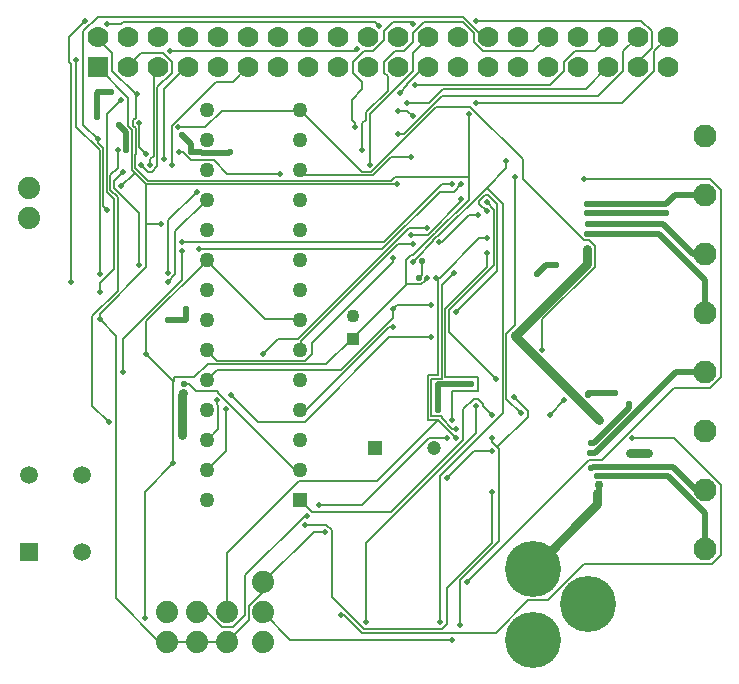
<source format=gbr>
G04 EAGLE Gerber RS-274X export*
G75*
%MOMM*%
%FSLAX34Y34*%
%LPD*%
%INBottom Copper*%
%IPPOS*%
%AMOC8*
5,1,8,0,0,1.08239X$1,22.5*%
G01*
G04 Define Apertures*
%ADD10R,1.200000X1.200000*%
%ADD11C,1.200000*%
%ADD12R,1.100000X1.100000*%
%ADD13C,1.100000*%
%ADD14C,4.743000*%
%ADD15C,1.950000*%
%ADD16C,1.879600*%
%ADD17R,1.500000X1.500000*%
%ADD18C,1.500000*%
%ADD19R,1.275000X1.275000*%
%ADD20C,1.275000*%
%ADD21R,1.778000X1.778000*%
%ADD22C,1.778000*%
%ADD23C,0.152400*%
%ADD24C,0.508000*%
%ADD25C,0.558800*%
%ADD26C,0.762000*%
%ADD27C,0.762000*%
%ADD28C,0.508000*%
D10*
X318770Y189420D03*
D11*
X368770Y189420D03*
D12*
X299720Y281940D03*
D13*
X299720Y301940D03*
D14*
X451960Y87525D03*
X451960Y27525D03*
X498960Y57525D03*
D15*
X598170Y104010D03*
X598170Y154010D03*
X598170Y204010D03*
X598170Y254010D03*
X598170Y304010D03*
X598170Y354010D03*
X598170Y404010D03*
X598170Y454010D03*
D16*
X25400Y384558D03*
X25400Y409958D03*
D17*
X25400Y101600D03*
D18*
X25400Y166600D03*
X70400Y101600D03*
X70400Y166600D03*
D19*
X255500Y145431D03*
D20*
X255500Y170831D03*
X255500Y297831D03*
X255500Y323231D03*
X255500Y196231D03*
X255500Y221631D03*
X255500Y272431D03*
X255500Y247031D03*
X255500Y348631D03*
X255500Y374031D03*
X255500Y399431D03*
X255500Y424831D03*
X255500Y450231D03*
X255500Y475631D03*
X176300Y475631D03*
X176300Y450231D03*
X176300Y424831D03*
X176300Y399431D03*
X176300Y374031D03*
X176300Y348631D03*
X176300Y323231D03*
X176300Y297831D03*
X176300Y272431D03*
X176300Y247031D03*
X176300Y221631D03*
X176300Y196231D03*
X176300Y170831D03*
X176300Y145431D03*
D21*
X83700Y512300D03*
D22*
X83700Y537700D03*
X109100Y512300D03*
X109100Y537700D03*
X134500Y512300D03*
X134500Y537700D03*
X159900Y512300D03*
X159900Y537700D03*
X185300Y512300D03*
X185300Y537700D03*
X210700Y512300D03*
X210700Y537700D03*
X236100Y512300D03*
X236100Y537700D03*
X261500Y512300D03*
X261500Y537700D03*
X286900Y512300D03*
X286900Y537700D03*
X312300Y512300D03*
X312300Y537700D03*
X337700Y512300D03*
X337700Y537700D03*
X363100Y512300D03*
X363100Y537700D03*
X388500Y512300D03*
X388500Y537700D03*
X413900Y512300D03*
X413900Y537700D03*
X439300Y512300D03*
X439300Y537700D03*
X464700Y512300D03*
X464700Y537700D03*
X490100Y512300D03*
X490100Y537700D03*
X515500Y512300D03*
X515500Y537700D03*
X540900Y512300D03*
X540900Y537700D03*
X566300Y512300D03*
X566300Y537700D03*
D16*
X193040Y50800D03*
X193040Y25400D03*
X167640Y50800D03*
X167640Y25400D03*
X142240Y50800D03*
X142240Y25400D03*
X223520Y25400D03*
X223520Y50800D03*
X223520Y76200D03*
D23*
X124968Y269748D02*
X124968Y297180D01*
X175260Y347472D01*
X176300Y348631D01*
X147828Y246888D02*
X147828Y176784D01*
X147828Y246888D02*
X124968Y269748D01*
X123444Y152400D02*
X123444Y45720D01*
X123444Y152400D02*
X147828Y176784D01*
X225552Y298704D02*
X254508Y298704D01*
X225552Y298704D02*
X176784Y347472D01*
X254508Y298704D02*
X255500Y297831D01*
X176784Y347472D02*
X176300Y348631D01*
X115824Y489204D02*
X96012Y509016D01*
X96012Y524256D01*
X83820Y536448D01*
X83700Y537700D01*
X299720Y282702D02*
X345600Y328582D01*
X299720Y282702D02*
X299720Y281940D01*
X397764Y419100D02*
X397764Y472440D01*
X348996Y353568D02*
X344424Y348996D01*
X344424Y329758D01*
X115824Y469392D02*
X115824Y489204D01*
X126492Y416052D02*
X332232Y416052D01*
X335280Y419100D01*
X397764Y419100D01*
X117348Y489204D02*
X115824Y489204D01*
X176784Y260604D02*
X277368Y260604D01*
X298704Y281940D01*
X299720Y281940D01*
D24*
X124968Y269748D03*
X147828Y176784D03*
X123444Y45720D03*
X117348Y489204D03*
X362712Y333756D03*
X397764Y472440D03*
D23*
X148209Y249555D02*
X148209Y246888D01*
X147828Y246888D01*
X165735Y249555D02*
X176784Y260604D01*
X165735Y249555D02*
X148209Y249555D01*
X348996Y353568D02*
X351068Y353568D01*
X369610Y372110D02*
X369791Y372110D01*
X397764Y400083D01*
X397764Y419100D01*
X369610Y372110D02*
X351068Y353568D01*
X345600Y328582D02*
X357955Y328582D01*
X360930Y331558D01*
X360930Y331974D01*
X362712Y333756D01*
X345600Y328582D02*
X344424Y329758D01*
X116078Y438593D02*
X116078Y445327D01*
X115824Y445581D01*
X115570Y426974D02*
X126492Y416052D01*
X115570Y426974D02*
X115570Y438085D01*
X116078Y438593D01*
X114046Y467614D02*
X115824Y469392D01*
X114046Y462240D02*
X115824Y460462D01*
X114046Y462240D02*
X114046Y467614D01*
X115824Y460462D02*
X115824Y445581D01*
X266700Y118872D02*
X275844Y118872D01*
X266700Y118872D02*
X224028Y76200D01*
X223520Y76200D01*
X167640Y25908D02*
X143256Y25908D01*
X142240Y25400D01*
X167640Y25908D02*
X192024Y25908D01*
X193040Y25400D01*
X167640Y25400D02*
X167640Y25908D01*
X222504Y67056D02*
X222504Y76200D01*
X222504Y67056D02*
X211836Y56388D01*
X211836Y44196D01*
X193040Y25400D01*
X222504Y76200D02*
X223520Y76200D01*
X338328Y475488D02*
X345948Y475488D01*
X350520Y470916D01*
X85344Y303276D02*
X85344Y298704D01*
X85344Y303276D02*
X124968Y342900D01*
X124968Y379476D02*
X124968Y413004D01*
X124968Y379476D02*
X124968Y342900D01*
X124968Y413004D02*
X114300Y423672D01*
X109728Y486156D02*
X83820Y512064D01*
X83700Y512300D01*
X124968Y379476D02*
X137160Y379476D01*
X124968Y413004D02*
X336804Y413004D01*
X114300Y422148D02*
X103632Y411480D01*
X114300Y422148D02*
X114300Y423672D01*
X135636Y25908D02*
X141732Y25908D01*
X135636Y25908D02*
X99060Y62484D01*
X99060Y284988D01*
X85344Y298704D01*
X141732Y25908D02*
X142240Y25400D01*
D24*
X275844Y118872D03*
X338328Y475488D03*
X350520Y470916D03*
X85344Y298704D03*
X137160Y379476D03*
X336804Y413004D03*
X103632Y411480D03*
D23*
X113030Y444064D02*
X112776Y444318D01*
X113030Y444064D02*
X113030Y439856D01*
X112522Y439348D01*
X112522Y425450D01*
X114300Y423672D01*
X109728Y462247D02*
X109728Y486156D01*
X109728Y462247D02*
X112776Y459199D01*
X112776Y444318D01*
X120396Y429768D02*
X126492Y423672D01*
X129540Y423672D01*
X134112Y428244D01*
X134112Y495300D01*
X146304Y507492D01*
X146304Y516636D01*
X138684Y524256D01*
X120396Y524256D01*
X109728Y513588D01*
X109100Y512300D01*
D24*
X120396Y429768D03*
D23*
X128016Y429768D02*
X128016Y434340D01*
X131064Y437388D01*
X131064Y509016D01*
X134112Y512064D01*
X134500Y512300D01*
D24*
X128016Y429768D03*
D23*
X140208Y434340D02*
X140208Y493776D01*
X158496Y512064D01*
X159900Y512300D01*
D24*
X140208Y434340D03*
D23*
X198120Y499872D02*
X210312Y512064D01*
X210700Y512300D01*
D24*
X146304Y429768D03*
D23*
X183628Y499872D02*
X198120Y499872D01*
X183628Y499872D02*
X146304Y462548D01*
X146304Y429768D01*
X85344Y441960D02*
X85344Y336804D01*
X85344Y441960D02*
X65532Y461772D01*
X65532Y518160D01*
D24*
X85344Y336804D03*
X65532Y518160D03*
D23*
X60960Y515112D02*
X60960Y330708D01*
X60960Y515112D02*
X59436Y516636D01*
X59436Y537972D01*
X73152Y551688D01*
X91440Y548640D02*
X103632Y548640D01*
X105156Y550164D01*
X318516Y550164D01*
X321564Y547116D01*
D24*
X60960Y330708D03*
X73152Y551688D03*
X91440Y548640D03*
X321564Y547116D03*
D23*
X345948Y496824D02*
X339852Y490728D01*
X345948Y496824D02*
X345948Y498348D01*
X359664Y512064D01*
X362712Y512064D01*
X363100Y512300D01*
D24*
X339852Y490728D03*
D23*
X301752Y525780D02*
X144780Y525780D01*
X301752Y525780D02*
X303276Y527304D01*
D24*
X144780Y525780D03*
X303276Y527304D03*
D23*
X324612Y358140D02*
X169164Y358140D01*
X324612Y358140D02*
X373380Y406908D01*
X385572Y406908D01*
X391668Y413004D01*
D24*
X169164Y358140D03*
X391668Y413004D03*
D23*
X326136Y364236D02*
X155448Y364236D01*
X326136Y364236D02*
X374904Y413004D01*
X384048Y413004D01*
D24*
X155448Y364236D03*
X384048Y413004D03*
D23*
X364236Y481584D02*
X345948Y481584D01*
X364236Y481584D02*
X376428Y493776D01*
X496824Y493776D01*
X515112Y512064D01*
X515500Y512300D01*
D24*
X345948Y481584D03*
D23*
X301752Y464820D02*
X301752Y461772D01*
X301752Y464820D02*
X298704Y467868D01*
X298704Y484632D01*
X307848Y493776D01*
X307848Y499872D01*
X300228Y507492D01*
X300228Y516636D01*
X309372Y525780D01*
X316992Y525780D01*
X326136Y534924D01*
X326136Y542544D01*
X333756Y550164D01*
X348996Y550164D01*
X350520Y548640D01*
X403860Y551688D02*
X544068Y551688D01*
X553212Y542544D01*
X553212Y528828D01*
X541020Y516636D01*
X541020Y513588D01*
X540900Y512300D01*
D24*
X301752Y461772D03*
X350520Y548640D03*
X403860Y551688D03*
D23*
X313944Y472440D02*
X313944Y429768D01*
X313944Y472440D02*
X350520Y509016D01*
X350520Y524256D01*
X362712Y536448D01*
X363100Y537700D01*
D24*
X313944Y429768D03*
D23*
X83820Y448056D02*
X83820Y451104D01*
X83820Y448056D02*
X88392Y443484D01*
X88392Y394716D01*
X91440Y391668D01*
X409956Y537972D02*
X413004Y537972D01*
X409956Y537972D02*
X393192Y554736D01*
X83820Y554736D01*
X71628Y542544D01*
X71628Y463296D01*
X83820Y451104D01*
X413004Y537972D02*
X413900Y537700D01*
D24*
X83820Y451104D03*
X91440Y391668D03*
D23*
X307848Y441960D02*
X307848Y464820D01*
X310896Y467868D01*
X310896Y473964D01*
X329184Y492252D01*
X329184Y504444D01*
X326136Y507492D01*
X326136Y516636D01*
X335280Y525780D01*
X342900Y525780D01*
X350520Y533400D01*
X350520Y541020D01*
X359664Y550164D01*
X393192Y550164D01*
X402336Y541020D01*
X402336Y533400D01*
X409956Y525780D01*
X452628Y525780D01*
X463296Y536448D01*
X464700Y537700D01*
D24*
X307848Y441960D03*
D23*
X352044Y496824D02*
X466344Y496824D01*
X478536Y509016D01*
X478536Y516636D01*
X487680Y525780D01*
X504444Y525780D01*
X515112Y536448D01*
X515500Y537700D01*
D24*
X352044Y496824D03*
D23*
X342900Y455676D02*
X338328Y455676D01*
X342900Y455676D02*
X374904Y487680D01*
X507492Y487680D01*
X528828Y509016D01*
X528828Y525780D01*
X539496Y536448D01*
X540900Y537700D01*
D24*
X338328Y455676D03*
D23*
X403860Y481584D02*
X527304Y481584D01*
X554736Y509016D01*
X554736Y525780D01*
X565404Y536448D01*
X566300Y537700D01*
D24*
X403860Y481584D03*
D23*
X409956Y225552D02*
X417576Y217932D01*
X409956Y225552D02*
X409956Y227076D01*
X405384Y231648D01*
X402336Y231648D01*
X393192Y222504D01*
X393192Y196596D01*
X332232Y135636D01*
X265176Y135636D01*
X256032Y144780D01*
X255500Y145431D01*
X437388Y294132D02*
X437388Y419100D01*
X437388Y294132D02*
X429768Y286512D01*
X429768Y231648D01*
X441960Y219456D01*
D24*
X417576Y217932D03*
X437388Y419100D03*
X441960Y219456D03*
D23*
X94488Y408432D02*
X94488Y420624D01*
X94488Y408432D02*
X100584Y402336D01*
X100584Y323088D01*
X79248Y301752D01*
X79248Y225552D01*
X92964Y211836D01*
D24*
X92964Y211836D03*
X101092Y441960D03*
D23*
X101092Y427228D02*
X94488Y420624D01*
X101092Y427228D02*
X101092Y441960D01*
X192024Y222504D02*
X192024Y187452D01*
X176784Y172212D01*
X176300Y170831D01*
D24*
X118872Y464820D03*
X124968Y438912D03*
X152400Y440436D03*
X237744Y422148D03*
X192024Y222504D03*
D23*
X124968Y438912D02*
X119126Y444754D01*
X119126Y446589D01*
X118872Y446843D01*
X118872Y464820D01*
X152400Y440436D02*
X155630Y440436D01*
X162574Y433492D01*
X193294Y422148D02*
X237744Y422148D01*
X193294Y422148D02*
X181950Y433492D01*
X162574Y433492D01*
X397764Y387096D02*
X405384Y387096D01*
X397764Y387096D02*
X374904Y364236D01*
X362712Y376428D02*
X347472Y376428D01*
X252984Y281940D01*
X236220Y281940D01*
X224028Y269748D01*
X184404Y230124D02*
X184404Y227076D01*
X185928Y225552D01*
X185928Y205740D01*
X176784Y196596D01*
X176300Y196231D01*
D24*
X405384Y387096D03*
X362712Y376428D03*
X224028Y269748D03*
X184404Y230124D03*
X372872Y364236D03*
D23*
X374904Y364236D01*
X406908Y396240D02*
X413004Y390144D01*
X406908Y396240D02*
X406908Y399288D01*
X411480Y403860D01*
X414528Y403860D01*
X422148Y396240D01*
X422148Y339852D01*
X387096Y304800D01*
X365760Y283464D02*
X330708Y283464D01*
X259080Y211836D01*
X219456Y211836D01*
X196596Y234696D01*
D24*
X413004Y390144D03*
X387096Y304800D03*
X365760Y283464D03*
X196596Y234696D03*
D23*
X143256Y330708D02*
X149352Y336804D01*
X149352Y373380D01*
X175260Y399288D01*
X176300Y399431D01*
D24*
X143256Y330708D03*
D23*
X143256Y338328D02*
X143256Y382524D01*
X167640Y406908D01*
D24*
X143256Y338328D03*
X167640Y406908D03*
D23*
X118872Y388620D02*
X118872Y344424D01*
X118872Y388620D02*
X97536Y409956D01*
X97536Y416052D01*
X105156Y423672D01*
D24*
X118872Y344424D03*
X105156Y423672D03*
D23*
X460248Y298704D02*
X460248Y272796D01*
X460248Y298704D02*
X504444Y342900D01*
X504444Y361188D01*
X499872Y365760D01*
X495300Y365760D01*
X443484Y417576D01*
X443484Y434340D01*
X399288Y478536D01*
X370332Y478536D01*
X315468Y423672D01*
X307848Y423672D01*
X256032Y475488D01*
X255500Y475631D01*
X254508Y475488D02*
X188976Y475488D01*
X254508Y475488D02*
X255500Y475631D01*
D24*
X460248Y272796D03*
X151845Y461264D03*
D23*
X174752Y461264D02*
X188976Y475488D01*
X174752Y461264D02*
X151845Y461264D01*
X249936Y172212D02*
X254508Y172212D01*
X249936Y172212D02*
X185928Y236220D01*
X254508Y172212D02*
X255500Y170831D01*
X185928Y236220D02*
X185928Y237735D01*
X167004Y237735D01*
D25*
X156464Y244348D03*
D23*
X156972Y243840D01*
X160899Y243840D01*
X167004Y237735D01*
X155448Y332232D02*
X155448Y356616D01*
X155448Y332232D02*
X105156Y281940D01*
X105156Y254508D01*
D24*
X155448Y356616D03*
X105156Y254508D03*
D23*
X332232Y435864D02*
X348996Y435864D01*
X332232Y435864D02*
X316992Y420624D01*
X259080Y420624D01*
X256032Y423672D01*
X255500Y424831D01*
D24*
X348996Y435864D03*
D23*
X402336Y187452D02*
X417576Y187452D01*
X402336Y187452D02*
X379476Y164592D01*
D24*
X417576Y187452D03*
X379476Y164592D03*
D26*
X508000Y213360D03*
D27*
X436880Y284480D01*
D26*
X436880Y284480D03*
D27*
X497840Y345440D01*
X497840Y358608D01*
D28*
X508000Y153116D02*
X506842Y151958D01*
D26*
X508000Y158242D03*
D28*
X508000Y153116D01*
D25*
X497840Y358608D03*
D27*
X506842Y151958D02*
X506842Y142407D01*
X451960Y87525D01*
D23*
X85344Y321564D02*
X85344Y329184D01*
X97536Y341376D01*
X97536Y400812D01*
X91440Y406908D01*
X91440Y472440D01*
X103632Y484632D01*
D24*
X85344Y321564D03*
X103632Y484632D03*
D25*
X506730Y166370D03*
D28*
X598170Y134474D02*
X598170Y104010D01*
X566274Y166370D02*
X506730Y166370D01*
X566274Y166370D02*
X598170Y134474D01*
X570570Y173990D02*
X502920Y173990D01*
X590550Y154010D02*
X598170Y154010D01*
X590550Y154010D02*
X570570Y173990D01*
D25*
X501650Y173101D03*
D28*
X502031Y173101D01*
X502920Y173990D01*
D25*
X500380Y185420D03*
D28*
X573230Y254010D02*
X598170Y254010D01*
X573230Y254010D02*
X504640Y185420D01*
X500380Y185420D01*
D25*
X501650Y194310D03*
D28*
X504190Y194310D02*
X533400Y223520D01*
X504190Y194310D02*
X501650Y194310D01*
X533400Y223520D02*
X533400Y227330D01*
D25*
X533400Y227330D03*
D23*
X417576Y152400D02*
X417576Y109728D01*
X379476Y71628D01*
X379476Y41148D01*
X374904Y36576D01*
X309372Y36576D01*
X281940Y64008D01*
X281940Y120396D01*
X277368Y124968D01*
X259080Y124968D01*
X413004Y342900D02*
X413004Y355092D01*
X413004Y342900D02*
X377952Y307848D01*
D24*
X417576Y152400D03*
X259080Y124968D03*
X413004Y355092D03*
X384048Y213360D03*
D23*
X405765Y238125D02*
X405765Y249555D01*
X384048Y238125D02*
X384048Y213360D01*
X377952Y249555D02*
X377952Y307848D01*
X384048Y238125D02*
X405765Y238125D01*
X405765Y249555D02*
X377952Y249555D01*
X384048Y205740D02*
X387096Y205740D01*
X384048Y205740D02*
X374904Y214884D01*
X374904Y327660D02*
X385572Y338328D01*
X176784Y50292D02*
X167640Y50292D01*
X176784Y50292D02*
X188976Y38100D01*
X198120Y38100D01*
X208788Y48768D01*
X208788Y82296D01*
X259080Y132588D01*
X260604Y132588D01*
X271272Y141732D02*
X307848Y141732D01*
X364236Y198120D01*
X379476Y198120D01*
X167640Y50800D02*
X167640Y50292D01*
D24*
X387096Y205740D03*
X385572Y338328D03*
X260604Y132588D03*
X271272Y141732D03*
X379476Y198120D03*
D23*
X374904Y248666D02*
X374904Y327660D01*
X374904Y216535D02*
X366395Y216535D01*
X374904Y216535D02*
X374904Y214884D01*
X374904Y248666D02*
X366395Y248666D01*
X366395Y216535D01*
X371856Y333756D02*
X373380Y333756D01*
X406908Y367284D01*
X413004Y367284D01*
X371856Y213360D02*
X387096Y198120D01*
X371856Y333756D02*
X370332Y333756D01*
X193548Y100584D02*
X193548Y51816D01*
X193548Y100584D02*
X254508Y161544D01*
X320040Y161544D01*
X371856Y213360D01*
X193548Y51816D02*
X193040Y50800D01*
D24*
X370332Y333756D03*
X413004Y367284D03*
X387096Y198120D03*
D23*
X371856Y251714D02*
X371856Y333756D01*
X371856Y213487D02*
X363347Y213487D01*
X371856Y213487D02*
X371856Y213360D01*
X371856Y251714D02*
X363347Y251714D01*
X363347Y213487D01*
X417576Y198120D02*
X417576Y195072D01*
X422148Y190500D02*
X423672Y188976D01*
X422148Y190500D02*
X417576Y195072D01*
X423672Y188976D02*
X423672Y111252D01*
X390144Y77724D01*
X390144Y39624D01*
X384048Y27432D02*
X246888Y27432D01*
X223520Y50800D01*
X419100Y391668D02*
X413004Y397764D01*
X419100Y391668D02*
X419100Y344424D01*
X381000Y306324D01*
X381000Y288036D01*
X420624Y248412D01*
X435864Y233172D02*
X448056Y220980D01*
X448056Y216408D01*
X422148Y190500D01*
D24*
X417576Y198120D03*
X390144Y39624D03*
X384048Y27432D03*
X413004Y397764D03*
X420624Y248412D03*
X435864Y233172D03*
D25*
X455930Y337312D03*
X472024Y344586D03*
D28*
X463204Y344586D02*
X455930Y337312D01*
X463204Y344586D02*
X472024Y344586D01*
D25*
X497840Y370840D03*
D28*
X559280Y370840D01*
X598170Y331950D02*
X598170Y304010D01*
X598170Y331950D02*
X559280Y370840D01*
D25*
X499110Y379730D03*
D28*
X562290Y379730D01*
X588010Y354010D02*
X598170Y354010D01*
X588010Y354010D02*
X562290Y379730D01*
D25*
X497840Y388620D03*
D28*
X565150Y388620D01*
D25*
X565150Y388620D03*
X497840Y396240D03*
D28*
X565000Y396240D01*
X572770Y404010D02*
X598170Y404010D01*
X572770Y404010D02*
X565000Y396240D01*
D23*
X478536Y230124D02*
X466344Y217932D01*
D24*
X478536Y230124D03*
X466344Y217932D03*
D25*
X154940Y220980D03*
D27*
X154940Y200660D01*
D25*
X154940Y200660D03*
X499110Y234950D03*
D28*
X499110Y236220D01*
X521970Y236220D01*
D25*
X521970Y236220D03*
X83049Y470042D03*
D28*
X83968Y491490D02*
X95250Y491490D01*
D25*
X95250Y491490D03*
X83968Y491490D03*
X400050Y243840D03*
D28*
X372110Y243840D01*
X372110Y222250D01*
D25*
X372110Y222250D03*
X143510Y298342D03*
D28*
X158750Y298342D01*
X158750Y307340D01*
D25*
X158750Y307340D03*
D27*
X154940Y234950D02*
X154940Y220980D01*
X154940Y234950D02*
X156210Y236220D01*
D25*
X156210Y236220D03*
X534670Y185420D03*
D27*
X549910Y185420D01*
D25*
X549910Y185420D03*
X358140Y347980D03*
D23*
X358140Y336550D01*
X355850Y334260D01*
D25*
X355850Y333662D03*
D23*
X355850Y334260D02*
X355850Y334260D01*
X355850Y333662D01*
D25*
X101600Y463550D03*
D28*
X107950Y457200D02*
X107950Y441960D01*
D25*
X107950Y441960D03*
X154940Y454660D03*
D28*
X162560Y447040D01*
X162560Y440690D01*
D25*
X162560Y440690D03*
D28*
X107950Y457200D02*
X101600Y463550D01*
X83049Y470042D02*
X83049Y490571D01*
X83968Y491490D01*
D25*
X195580Y440690D03*
D28*
X171078Y440690D02*
X162560Y440690D01*
X171078Y440690D02*
X171976Y439792D01*
X194682Y439792D02*
X195580Y440690D01*
X194682Y439792D02*
X171976Y439792D01*
D23*
X310896Y109728D02*
X310896Y42672D01*
X310896Y109728D02*
X403860Y202692D01*
X403860Y225552D01*
D24*
X310896Y42672D03*
X403860Y225552D03*
D23*
X292608Y48768D02*
X289560Y48768D01*
X292608Y48768D02*
X307848Y33528D01*
X420624Y33528D01*
X448056Y60960D01*
X464820Y60960D01*
X495300Y91440D01*
X603504Y91440D01*
X611124Y99060D01*
X611124Y158496D01*
X571500Y198120D01*
X536448Y198120D01*
D24*
X289560Y48768D03*
X536448Y198120D03*
D23*
X333756Y347472D02*
X333756Y350520D01*
X333756Y347472D02*
X265176Y278892D01*
X265176Y269748D01*
X259080Y263652D01*
X184404Y263652D01*
X176784Y271272D01*
X176300Y272431D01*
D24*
X333756Y350520D03*
X391668Y400812D03*
X348996Y370332D03*
D23*
X363441Y370332D01*
X391668Y398559D01*
X391668Y400812D01*
X333756Y307848D02*
X333756Y300228D01*
X289560Y256032D01*
X184404Y256032D01*
X176784Y248412D01*
X176300Y247031D01*
X336804Y310896D02*
X365760Y310896D01*
X336804Y310896D02*
X333756Y307848D01*
D24*
X333756Y307848D03*
X365760Y310896D03*
D23*
X333756Y292608D02*
X330708Y292608D01*
X260604Y222504D01*
X256032Y222504D01*
X255500Y221631D01*
D24*
X333756Y292608D03*
D23*
X338328Y362712D02*
X350520Y362712D01*
X338328Y362712D02*
X256032Y280416D01*
X256032Y272796D01*
X255500Y272431D01*
D24*
X350520Y362712D03*
D23*
X413004Y409956D02*
X429768Y426720D01*
X429768Y432816D01*
X373380Y166116D02*
X373380Y42672D01*
X373380Y166116D02*
X426720Y219456D01*
X426720Y396240D01*
X413004Y409956D01*
D24*
X350520Y347472D03*
X429768Y432816D03*
X373380Y42672D03*
D23*
X372110Y369062D02*
X413004Y409956D01*
X372110Y369062D02*
X370873Y369062D01*
X368046Y366235D01*
X353060Y350084D02*
X353060Y350012D01*
X350520Y347472D01*
X368046Y365070D02*
X368046Y366235D01*
X368046Y365070D02*
X353060Y350084D01*
X499872Y179832D02*
X396240Y76200D01*
X499872Y179832D02*
X510540Y179832D01*
X571500Y240792D01*
X601980Y240792D01*
X611124Y249936D01*
X611124Y408432D01*
X601980Y417576D01*
X495300Y417576D01*
D24*
X396240Y76200D03*
X495300Y417576D03*
M02*

</source>
